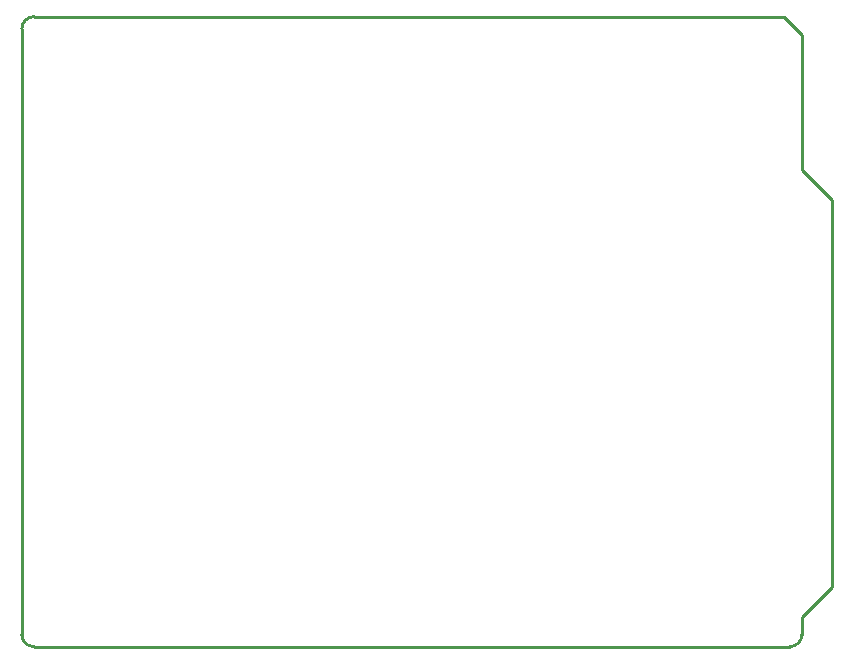
<source format=gbr>
G04 (created by PCBNEW (2013-07-24 BZR 4024)-stable) date Tue 30 Jun 2015 02:25:37 PM NZST*
%MOIN*%
G04 Gerber Fmt 3.4, Leading zero omitted, Abs format*
%FSLAX34Y34*%
G01*
G70*
G90*
G04 APERTURE LIST*
%ADD10C,0.00590551*%
%ADD11C,0.01*%
G04 APERTURE END LIST*
G54D10*
G54D11*
X35600Y-31000D02*
G75*
G03X36000Y-30600I0J400D01*
G74*
G01*
X10000Y-30600D02*
G75*
G03X10400Y-31000I400J0D01*
G74*
G01*
X10400Y-10000D02*
G75*
G03X10000Y-10400I0J-400D01*
G74*
G01*
X10000Y-30600D02*
X10000Y-10400D01*
X36000Y-10600D02*
X35400Y-10000D01*
X36000Y-15100D02*
X36000Y-10600D01*
X37000Y-16100D02*
X36000Y-15100D01*
X37000Y-29000D02*
X37000Y-16100D01*
X36000Y-30000D02*
X37000Y-29000D01*
X36000Y-30600D02*
X36000Y-30000D01*
X10400Y-10000D02*
X35400Y-10000D01*
X10400Y-31000D02*
X35600Y-31000D01*
M02*

</source>
